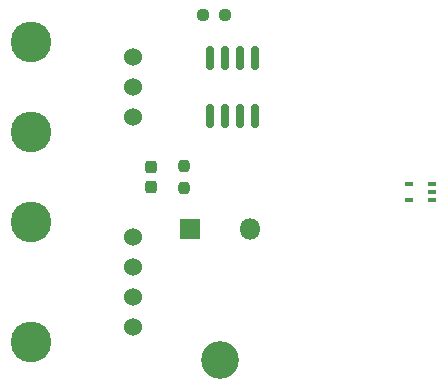
<source format=gbr>
%TF.GenerationSoftware,KiCad,Pcbnew,7.0.7*%
%TF.CreationDate,2023-11-06T00:52:22-06:00*%
%TF.ProjectId,ScienceHeaterElement_2023,53636965-6e63-4654-9865-61746572456c,rev?*%
%TF.SameCoordinates,Original*%
%TF.FileFunction,Soldermask,Bot*%
%TF.FilePolarity,Negative*%
%FSLAX46Y46*%
G04 Gerber Fmt 4.6, Leading zero omitted, Abs format (unit mm)*
G04 Created by KiCad (PCBNEW 7.0.7) date 2023-11-06 00:52:22*
%MOMM*%
%LPD*%
G01*
G04 APERTURE LIST*
G04 Aperture macros list*
%AMRoundRect*
0 Rectangle with rounded corners*
0 $1 Rounding radius*
0 $2 $3 $4 $5 $6 $7 $8 $9 X,Y pos of 4 corners*
0 Add a 4 corners polygon primitive as box body*
4,1,4,$2,$3,$4,$5,$6,$7,$8,$9,$2,$3,0*
0 Add four circle primitives for the rounded corners*
1,1,$1+$1,$2,$3*
1,1,$1+$1,$4,$5*
1,1,$1+$1,$6,$7*
1,1,$1+$1,$8,$9*
0 Add four rect primitives between the rounded corners*
20,1,$1+$1,$2,$3,$4,$5,0*
20,1,$1+$1,$4,$5,$6,$7,0*
20,1,$1+$1,$6,$7,$8,$9,0*
20,1,$1+$1,$8,$9,$2,$3,0*%
G04 Aperture macros list end*
%ADD10R,0.650000X0.400000*%
%ADD11C,3.450000*%
%ADD12C,1.524000*%
%ADD13RoundRect,0.150000X-0.150000X0.825000X-0.150000X-0.825000X0.150000X-0.825000X0.150000X0.825000X0*%
%ADD14O,3.200000X3.200000*%
%ADD15R,1.800000X1.800000*%
%ADD16O,1.800000X1.800000*%
%ADD17RoundRect,0.237500X0.237500X-0.250000X0.237500X0.250000X-0.237500X0.250000X-0.237500X-0.250000X0*%
%ADD18RoundRect,0.237500X-0.237500X0.287500X-0.237500X-0.287500X0.237500X-0.287500X0.237500X0.287500X0*%
%ADD19RoundRect,0.237500X0.250000X0.237500X-0.250000X0.237500X-0.250000X-0.237500X0.250000X-0.237500X0*%
G04 APERTURE END LIST*
D10*
%TO.C,U1*%
X95646480Y-50150000D03*
X95646480Y-50800000D03*
X95646480Y-51450000D03*
X93746480Y-51450000D03*
X93746480Y-50150000D03*
%TD*%
D11*
%TO.C,Conn1*%
X61722000Y-38100000D03*
X61722000Y-45720000D03*
D12*
X70358000Y-39370000D03*
X70358000Y-41910000D03*
X70358000Y-44450000D03*
%TD*%
D13*
%TO.C,Q1*%
X76835000Y-39435000D03*
X78105000Y-39435000D03*
X79375000Y-39435000D03*
X80645000Y-39435000D03*
X80645000Y-44385000D03*
X79375000Y-44385000D03*
X78105000Y-44385000D03*
X76835000Y-44385000D03*
%TD*%
D14*
%TO.C,R1*%
X77724000Y-65010000D03*
D15*
X75184000Y-53910000D03*
D16*
X80264000Y-53910000D03*
%TD*%
D17*
%TO.C,R2*%
X74676000Y-50442500D03*
X74676000Y-48617500D03*
%TD*%
D18*
%TO.C,D1*%
X71882000Y-48655000D03*
X71882000Y-50405000D03*
%TD*%
D19*
%TO.C,R3*%
X78128500Y-35814000D03*
X76303500Y-35814000D03*
%TD*%
D11*
%TO.C,Conn2*%
X61722000Y-53340000D03*
X61722000Y-63500000D03*
D12*
X70358000Y-54610000D03*
X70358000Y-57150000D03*
X70358000Y-59690000D03*
X70358000Y-62230000D03*
%TD*%
M02*

</source>
